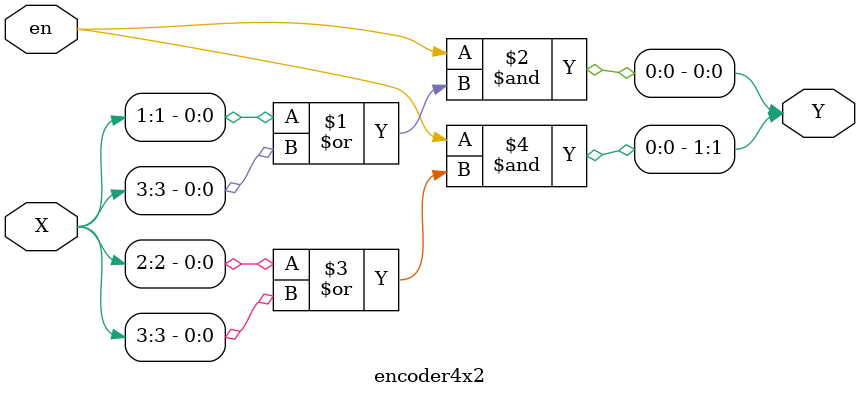
<source format=v>
`timescale 1ns / 1ps


module encoder4x2(
    input [3:0] X,
    input en,
    output [1:0] Y
    );
    
    assign Y[0] = en&(X[1]|X[3]);
    assign Y[1] = en&(X[2]|X[3]);
    
endmodule
</source>
